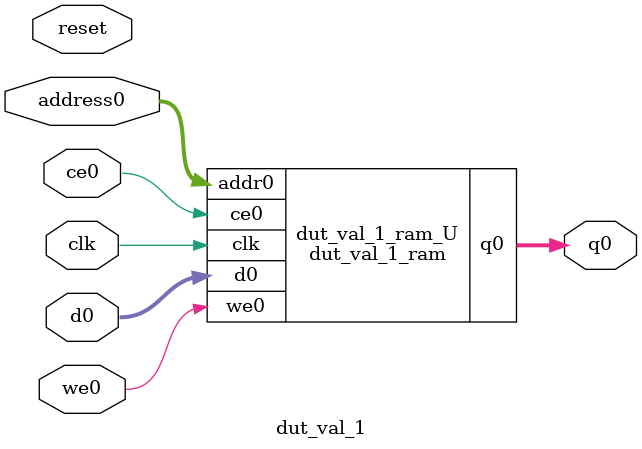
<source format=v>

`timescale 1 ns / 1 ps
module dut_val_1_ram (addr0, ce0, d0, we0, q0,  clk);

parameter DWIDTH = 32;
parameter AWIDTH = 14;
parameter MEM_SIZE = 10000;

input[AWIDTH-1:0] addr0;
input ce0;
input[DWIDTH-1:0] d0;
input we0;
output reg[DWIDTH-1:0] q0;
input clk;

(* ram_style = "block" *)reg [DWIDTH-1:0] ram[MEM_SIZE-1:0];




always @(posedge clk)  
begin 
    if (ce0) 
    begin
        if (we0) 
        begin 
            ram[addr0] <= d0; 
            q0 <= d0;
        end 
        else 
            q0 <= ram[addr0];
    end
end


endmodule


`timescale 1 ns / 1 ps
module dut_val_1(
    reset,
    clk,
    address0,
    ce0,
    we0,
    d0,
    q0);

parameter DataWidth = 32'd32;
parameter AddressRange = 32'd10000;
parameter AddressWidth = 32'd14;
input reset;
input clk;
input[AddressWidth - 1:0] address0;
input ce0;
input we0;
input[DataWidth - 1:0] d0;
output[DataWidth - 1:0] q0;



dut_val_1_ram dut_val_1_ram_U(
    .clk( clk ),
    .addr0( address0 ),
    .ce0( ce0 ),
    .d0( d0 ),
    .we0( we0 ),
    .q0( q0 ));

endmodule


</source>
